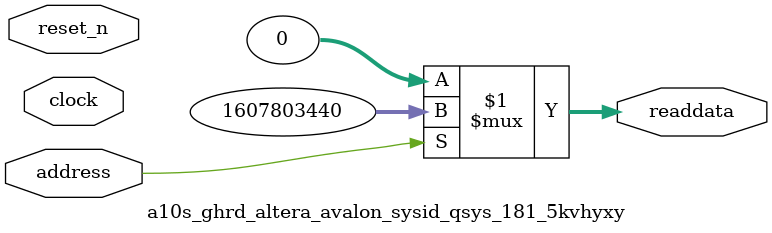
<source format=v>



// synthesis translate_off
`timescale 1ns / 1ps
// synthesis translate_on

// turn off superfluous verilog processor warnings 
// altera message_level Level1 
// altera message_off 10034 10035 10036 10037 10230 10240 10030 

module a10s_ghrd_altera_avalon_sysid_qsys_181_5kvhyxy (
               // inputs:
                address,
                clock,
                reset_n,

               // outputs:
                readdata
             )
;

  output  [ 31: 0] readdata;
  input            address;
  input            clock;
  input            reset_n;

  wire    [ 31: 0] readdata;
  //control_slave, which is an e_avalon_slave
  assign readdata = address ? 1607803440 : 0;

endmodule



</source>
